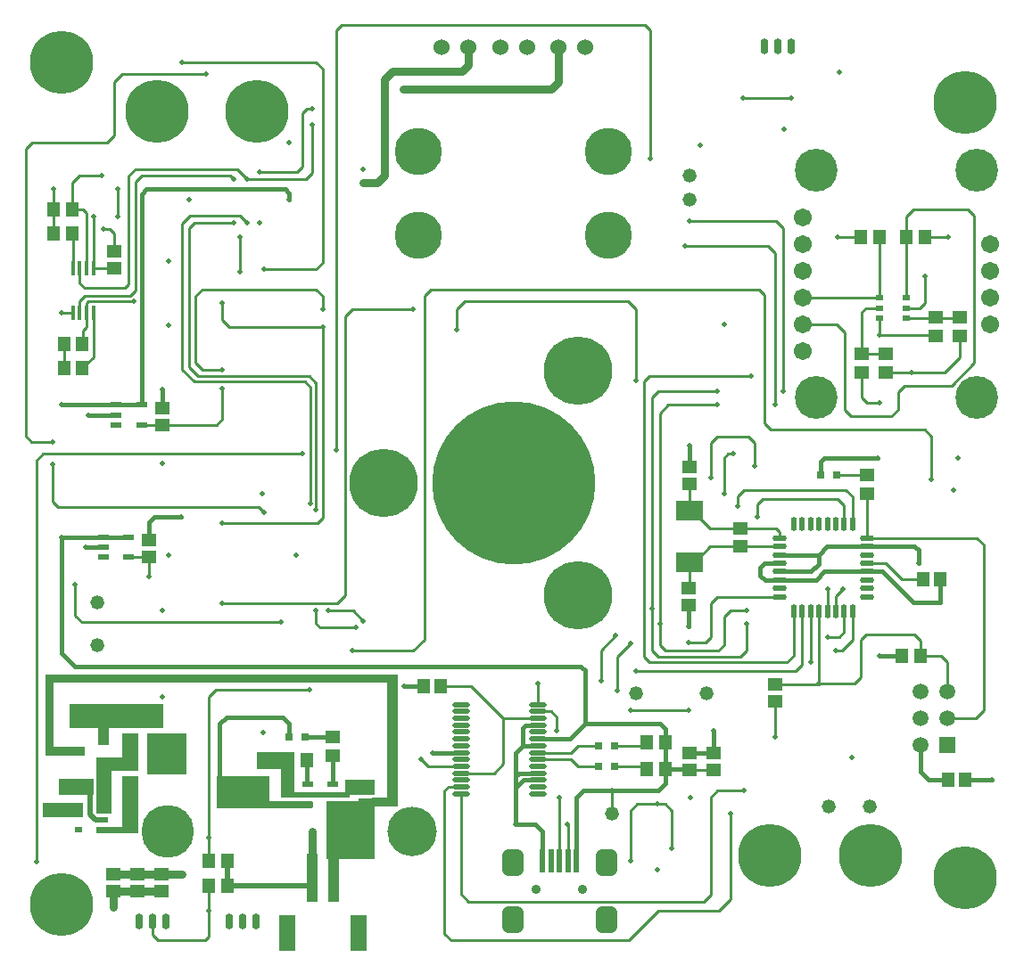
<source format=gbl>
G04*
G04 #@! TF.GenerationSoftware,Altium Limited,Altium Designer,19.0.15 (446)*
G04*
G04 Layer_Physical_Order=4*
G04 Layer_Color=16711680*
%FSLAX25Y25*%
%MOIN*%
G70*
G01*
G75*
%ADD13C,0.01000*%
%ADD15C,0.02000*%
%ADD18R,0.05315X0.04528*%
%ADD19R,0.04528X0.05315*%
%ADD20R,0.05512X0.05118*%
%ADD36C,0.06000*%
%ADD49C,0.01500*%
%ADD50C,0.03000*%
%ADD51C,0.25591*%
%ADD52C,0.05200*%
%ADD53C,0.03543*%
%ADD54C,0.23622*%
%ADD55O,0.02953X0.05906*%
%ADD56C,0.05906*%
%ADD57R,0.05906X0.05906*%
%ADD58C,0.15984*%
%ADD59C,0.06732*%
%ADD60C,0.61024*%
%ADD61C,0.17717*%
%ADD62C,0.19685*%
%ADD63C,0.18504*%
%ADD64C,0.02000*%
%ADD81R,0.01800X0.05600*%
G04:AMPARAMS|DCode=82|XSize=78.74mil|YSize=98.43mil|CornerRadius=19.68mil|HoleSize=0mil|Usage=FLASHONLY|Rotation=180.000|XOffset=0mil|YOffset=0mil|HoleType=Round|Shape=RoundedRectangle|*
%AMROUNDEDRECTD82*
21,1,0.07874,0.05906,0,0,180.0*
21,1,0.03937,0.09843,0,0,180.0*
1,1,0.03937,-0.01968,0.02953*
1,1,0.03937,0.01968,0.02953*
1,1,0.03937,0.01968,-0.02953*
1,1,0.03937,-0.01968,-0.02953*
%
%ADD82ROUNDEDRECTD82*%
%ADD83R,0.01968X0.08858*%
%ADD84R,0.06299X0.13386*%
%ADD85R,0.03937X0.18110*%
%ADD86R,0.05118X0.05512*%
%ADD87R,0.03150X0.02362*%
%ADD88R,0.10236X0.07480*%
%ADD89O,0.05315X0.02165*%
%ADD90O,0.02165X0.05315*%
%ADD91R,0.03150X0.02165*%
%ADD92R,0.03740X0.02559*%
%ADD93R,0.04724X0.04724*%
%ADD94R,0.04724X0.04724*%
%ADD95R,0.03150X0.03150*%
%ADD96O,0.06496X0.01968*%
%ADD97R,0.03937X0.02362*%
G36*
X38000Y66000D02*
X17500D01*
Y65736D01*
Y59516D01*
X13500D01*
Y66000D01*
X3000D01*
Y75000D01*
X38000D01*
Y66000D01*
D02*
G37*
G36*
X46500Y64000D02*
X46500Y48500D01*
X32000Y48500D01*
X32000Y64000D01*
X46500Y64000D01*
D02*
G37*
G36*
X12000Y41000D02*
X-1000Y41000D01*
X-1000Y46985D01*
X12000Y47011D01*
X12000Y41000D01*
D02*
G37*
G36*
X87055Y56945D02*
Y42000D01*
X106000D01*
Y46484D01*
X117000D01*
Y41000D01*
X107500D01*
Y40000D01*
X82000D01*
Y50500D01*
X73000D01*
Y57000D01*
X87000D01*
X87055Y56945D01*
D02*
G37*
G36*
X77500Y38500D02*
X93550D01*
Y36000D01*
X58000Y36000D01*
X58000Y48000D01*
X77500Y48000D01*
X77500Y38500D01*
D02*
G37*
G36*
X28500Y50000D02*
X18500D01*
X18500Y34000D01*
X13000D01*
X13000Y55000D01*
X13500D01*
Y55000D01*
X22500D01*
Y64000D01*
X28500D01*
Y50000D01*
D02*
G37*
G36*
X8000Y32500D02*
X-7000D01*
Y38000D01*
X8000D01*
Y32500D01*
D02*
G37*
G36*
X28500Y26500D02*
X13000D01*
Y29000D01*
X22500D01*
Y48000D01*
X28500D01*
Y26500D01*
D02*
G37*
G36*
X125500Y83000D02*
Y36500D01*
X121500D01*
X117000Y36500D01*
X117000Y17000D01*
X99000D01*
X99000Y38500D01*
X116000D01*
Y39732D01*
X121500Y39732D01*
Y83000D01*
X-3000D01*
Y59000D01*
X8500D01*
Y55555D01*
X-6000D01*
Y59000D01*
Y86000D01*
X125500D01*
Y83000D01*
D02*
G37*
D13*
X10000Y225700D02*
X27000D01*
X74000Y274000D02*
X88000D01*
X90000Y276000D02*
Y296000D01*
X88000Y274000D02*
X90000Y276000D01*
Y296000D02*
X91625Y297625D01*
X93625D01*
Y273625D02*
Y291625D01*
X91303Y271303D02*
X93625Y273625D01*
X69118Y271303D02*
X91303D01*
X97487Y239987D02*
Y312500D01*
X94987Y315000D02*
X97487Y312500D01*
X45000Y315000D02*
X94987D01*
X95000Y237500D02*
X97487Y239987D01*
X75500Y237500D02*
X95000D01*
X99500Y109750D02*
X108750D01*
X112500Y106000D01*
X96445Y103500D02*
X110000D01*
X95000Y104945D02*
X96445Y103500D01*
X95000Y104945D02*
Y109750D01*
X97487Y144488D02*
Y215987D01*
X95445Y142445D02*
X97487Y144488D01*
X59945Y142445D02*
X95445D01*
X90776Y195500D02*
X93000Y193276D01*
Y150000D02*
Y193276D01*
X49500Y195500D02*
X90776D01*
X45000Y200000D02*
X49500Y195500D01*
X95000Y147500D02*
Y195000D01*
X92500Y197500D02*
X95000Y195000D01*
X-7000Y168500D02*
X90000D01*
X51000Y197500D02*
X92500D01*
X47500Y201000D02*
X51000Y197500D01*
X45000Y200000D02*
Y254500D01*
X48000Y257500D01*
X66618D01*
X69118Y255000D01*
X49500D02*
X64197D01*
X47500Y253000D02*
X49500Y255000D01*
X47500Y201000D02*
Y253000D01*
X201500Y95000D02*
X207000Y100500D01*
X6480Y272500D02*
X15000D01*
X3945Y269965D02*
X6480Y272500D01*
X3945Y260000D02*
Y269965D01*
X66500Y236500D02*
Y249500D01*
X9300Y225000D02*
X10000Y225700D01*
X9300Y221200D02*
Y225000D01*
X65421Y275000D02*
X69118Y271303D01*
X63000Y272500D02*
X64197Y271303D01*
X289224Y115224D02*
X292000Y118000D01*
X289224Y109661D02*
Y115224D01*
X292000Y118000D02*
X292262Y118262D01*
X286075Y109661D02*
Y118000D01*
Y100000D02*
X290500D01*
X27579Y275000D02*
X65421D01*
X29815Y272500D02*
X63000D01*
X27500Y270185D02*
X29815Y272500D01*
X27500Y229500D02*
Y270185D01*
X25500Y227500D02*
X27500Y229500D01*
X8500Y227500D02*
X25500D01*
X6700Y225700D02*
X8500Y227500D01*
X6700Y221200D02*
Y225700D01*
X25000Y272421D02*
X27579Y275000D01*
X25000Y232000D02*
Y272421D01*
X23500Y230500D02*
X25000Y232000D01*
X8500Y230500D02*
X23500D01*
X6700Y232300D02*
X8500Y230500D01*
X6700Y232300D02*
Y237800D01*
X15500Y252500D02*
X18000D01*
X19500Y251000D01*
Y244150D02*
Y251000D01*
X19150Y237800D02*
X19500Y238150D01*
X11800Y237800D02*
X19150D01*
X8000Y260000D02*
X9300Y258700D01*
Y237800D02*
Y258700D01*
X11800Y237800D02*
Y257318D01*
X0Y221200D02*
X4200D01*
X11800Y204655D02*
Y221200D01*
X7645Y200500D02*
X11800Y204655D01*
X8000Y209855D02*
Y214500D01*
X7645Y209500D02*
X8000Y209855D01*
Y214500D02*
X9300Y215800D01*
Y221200D01*
X755Y200500D02*
Y209500D01*
X-2945Y260000D02*
Y267461D01*
Y251000D02*
Y260000D01*
X3945D02*
X8000D01*
X3945Y251000D02*
X4200Y250745D01*
Y237800D02*
Y250745D01*
X282996Y82150D02*
X283142Y82295D01*
X266500Y82150D02*
X282996D01*
X300500Y101000D02*
X318579D01*
X298500Y99000D02*
X300500Y101000D01*
X298500Y84878D02*
Y99000D01*
X320945Y93000D02*
Y98634D01*
X318579Y101000D02*
X320945Y98634D01*
X296134Y82512D02*
X298500Y84878D01*
X282925Y82512D02*
X296134D01*
X108000Y95000D02*
X108423D01*
X138000Y230000D02*
X260500D01*
X135500Y227500D02*
X138000Y230000D01*
X135500Y99000D02*
Y227500D01*
X108500Y222500D02*
X131339D01*
X106000Y220000D02*
X108500Y222500D01*
X106000Y115500D02*
Y220000D01*
X103000Y112500D02*
X106000Y115500D01*
X59945Y112500D02*
X103000D01*
X131339Y94839D02*
X135500Y99000D01*
X104500Y329000D02*
X218000D01*
X102500Y327000D02*
X104500Y329000D01*
X102500Y327000D02*
X102500Y170000D01*
X220000Y279000D02*
Y327000D01*
X218000Y329000D02*
X220000Y327000D01*
X212500Y72650D02*
X234350D01*
Y98000D02*
X240500D01*
X242500Y100000D01*
Y112500D01*
X244976Y114976D01*
X268161D01*
X220500Y110500D02*
Y189500D01*
Y95000D02*
Y110500D01*
X207500Y92500D02*
X212500Y97500D01*
X207500Y80000D02*
Y92500D01*
X201500Y83500D02*
Y95000D01*
X223500Y105000D02*
Y183705D01*
Y97000D02*
Y105000D01*
X295000Y182500D02*
X310000D01*
X292500Y185000D02*
X295000Y182500D01*
X292500Y185000D02*
Y213905D01*
X289464Y216941D02*
X292500Y213905D01*
X277000Y216941D02*
X289464D01*
X310000Y182500D02*
X312500Y185000D01*
Y191500D02*
X314943Y193943D01*
X312500Y185000D02*
Y191500D01*
X314943Y193943D02*
X332443D01*
X341000Y202500D01*
Y257500D01*
X338500Y260000D02*
X341000Y257500D01*
X318220Y260000D02*
X338500D01*
X315555Y257335D02*
X318220Y260000D01*
X335500Y204500D02*
Y212555D01*
X330055Y199055D02*
X335500Y204500D01*
X317445Y199055D02*
X330055D01*
X315555Y249500D02*
Y257335D01*
X322445Y225000D02*
Y234945D01*
X320445Y223000D02*
X322445Y225000D01*
X315520Y223000D02*
X320445D01*
X301000Y187500D02*
X305555D01*
X299000Y189500D02*
X301000Y187500D01*
X299000Y189500D02*
Y199055D01*
X326043Y213000D02*
X326500Y212543D01*
X305480Y213000D02*
X326043D01*
X307925Y199055D02*
X317445D01*
X305480Y213000D02*
Y219260D01*
X315520D02*
X335185D01*
X335500Y218945D01*
X277000Y226941D02*
X277201Y226740D01*
X305480D01*
X299000Y205945D02*
X307925D01*
X299000D02*
Y221500D01*
X300500Y223000D01*
X305480D01*
X322445Y249500D02*
X331067D01*
X290000D02*
X298622D01*
X315520Y226740D02*
X315555Y226776D01*
Y249500D01*
X305480Y226740D02*
X305512Y226772D01*
Y249500D01*
X236854Y128354D02*
X242295Y133795D01*
X234500Y118299D02*
Y127854D01*
X235354Y147646D02*
X242315Y140685D01*
X234500Y147646D02*
Y157201D01*
Y147146D02*
Y147646D01*
X295524Y99024D02*
Y109661D01*
X291500Y95000D02*
X295524Y99024D01*
X289224Y95000D02*
X291500D01*
X282925Y82512D02*
Y109661D01*
Y82512D02*
X283142Y82295D01*
X292374Y101874D02*
Y109661D01*
X226535Y186740D02*
X245000D01*
X223500Y183705D02*
X226535Y186740D01*
X266500D02*
Y243500D01*
X223000Y192000D02*
X245000D01*
X220500Y189500D02*
X223000Y192000D01*
X269500D02*
Y253000D01*
X263770Y246230D02*
X266500Y243500D01*
X267000Y255500D02*
X269500Y253000D01*
X234500Y255500D02*
X267000D01*
X232730Y246230D02*
X263770D01*
X265000Y177500D02*
X322500D01*
X262500Y180000D02*
X265000Y177500D01*
X262500Y228000D02*
X262500Y180000D01*
X260500Y230000D02*
X262500Y228000D01*
X256000Y94842D02*
Y105000D01*
X253658Y92500D02*
X256000Y94842D01*
X223000Y92500D02*
X253658D01*
X225661Y94839D02*
X245339D01*
X223500Y97000D02*
X225661Y94839D01*
X219555Y90500D02*
X271000D01*
X217500Y92555D02*
X219555Y90500D01*
X217500Y92555D02*
Y195445D01*
X220500Y95000D02*
X223000Y92500D01*
X219555Y197500D02*
X257500D01*
X217500Y195445D02*
X219555Y197500D01*
X214500Y196000D02*
Y222500D01*
X211500Y225500D02*
X214500Y222500D01*
X150500Y225500D02*
X211500D01*
X245339Y94839D02*
X247543Y97043D01*
Y107500D01*
X250000Y109957D01*
X256000D01*
X290500Y100000D02*
X292374Y101874D01*
X33843Y-11343D02*
Y-6500D01*
Y-11343D02*
X36000Y-13500D01*
X254658Y301500D02*
X272500D01*
X-11000Y285000D02*
X17000D01*
X-13500Y282500D02*
X-11000Y285000D01*
X-13500Y175150D02*
Y282500D01*
X19500Y287500D02*
Y307500D01*
X17000Y285000D02*
X19500Y287500D01*
X22500Y310500D02*
X54000D01*
X19500Y307500D02*
X22500Y310500D01*
X20961Y257429D02*
X21000Y257390D01*
X20961Y257429D02*
Y267461D01*
X228000Y21000D02*
Y35000D01*
X225500Y37500D02*
X228000Y35000D01*
X222500Y37500D02*
X225500D01*
X212500Y16063D02*
Y35000D01*
X215000Y37500D01*
X222500D01*
X55000Y25000D02*
Y77500D01*
Y16118D02*
X55055Y16063D01*
X55000Y16118D02*
Y25000D01*
X55055Y-2445D02*
Y7000D01*
Y-11945D02*
Y-2445D01*
X53500Y-13500D02*
X55055Y-11945D01*
X36000Y-13500D02*
X53500D01*
X205500Y34000D02*
Y42500D01*
X344500Y72500D02*
Y134500D01*
X341976Y137024D02*
X344500Y134500D01*
X300839Y137024D02*
X341976D01*
X341516Y69516D02*
X344500Y72500D01*
X331000Y69516D02*
X341516D01*
X331000Y79516D02*
Y90500D01*
X328500Y93000D02*
X331000Y90500D01*
X320945Y93000D02*
X328500D01*
X147500Y222500D02*
X150500Y225500D01*
X147500Y215000D02*
Y222500D01*
X-11350Y173000D02*
X-3500D01*
X-13500Y175150D02*
X-11350Y173000D01*
X271000Y90500D02*
X273476Y92976D01*
Y109661D01*
X279776Y90500D02*
Y109661D01*
X124000Y40500D02*
Y81500D01*
X120850Y37350D02*
X124000Y40500D01*
X113500Y37350D02*
X120850D01*
X120500Y85000D02*
X124000Y81500D01*
X-3000Y85000D02*
X120500D01*
X164984Y52484D02*
Y69516D01*
X161543Y49043D02*
X164984Y52484D01*
X149228Y49043D02*
X161543D01*
X153000Y81500D02*
X164984Y69516D01*
X141650Y81500D02*
X153000D01*
X164984Y69516D02*
X177772D01*
X-5000Y83000D02*
X-3000Y85000D01*
X-5000Y60000D02*
Y83000D01*
Y60000D02*
X-2264Y57264D01*
X6496D01*
X25500Y52488D02*
Y61004D01*
X24465Y53524D02*
X25500Y52488D01*
X15551Y53524D02*
X24465D01*
X15551D02*
X15650Y53425D01*
Y44000D02*
Y53425D01*
X13339Y72264D02*
X15551Y70051D01*
X5213Y72264D02*
X13339D01*
X35000Y68079D02*
Y71000D01*
X33736Y72264D02*
X35000Y71000D01*
X25500Y72264D02*
X33736D01*
X15551Y61004D02*
Y70051D01*
X17764Y72264D01*
X25500D01*
X-9500Y16000D02*
Y166000D01*
X-7000Y168500D01*
X25500Y30000D02*
Y43555D01*
X23260Y27760D02*
X25500Y30000D01*
X15724Y27760D02*
X23260D01*
X15650Y44000D02*
X15724Y43925D01*
Y35240D02*
Y43925D01*
X101224Y37260D02*
X101425Y37060D01*
Y9736D02*
Y37060D01*
X59000Y45071D02*
X65000D01*
X67500D02*
X69929D01*
X65000D02*
X67500D01*
X72500D02*
X74929D01*
X69929D02*
X72500D01*
X74929Y39732D02*
Y45071D01*
Y39732D02*
X77402Y37260D01*
X91776D01*
X101169Y62500D02*
X101224Y62445D01*
X91445Y45071D02*
X91776Y44740D01*
X276626Y89626D02*
Y109661D01*
X274161Y87161D02*
X276626Y89626D01*
X214500Y87161D02*
X274161D01*
X266500Y62500D02*
Y75850D01*
X250000Y2000D02*
Y34000D01*
X245555Y-2445D02*
X250000Y2000D01*
X223055Y-2445D02*
X245555D01*
X212000Y-13500D02*
X223055Y-2445D01*
X145500Y-13500D02*
X212000D01*
X143000Y-11000D02*
X145500Y-13500D01*
X143000Y-11000D02*
Y42500D01*
X152000Y1000D02*
X240000D01*
X149228Y3772D02*
X152000Y1000D01*
X149228Y3772D02*
Y41366D01*
X245000Y42500D02*
X255000D01*
X242500Y40000D02*
X245000Y42500D01*
X242500Y3500D02*
Y40000D01*
X240000Y1000D02*
X242500Y3500D01*
X292374Y142339D02*
Y149126D01*
X290000Y151500D02*
X292374Y149126D01*
X262000Y151500D02*
X290000D01*
X260000Y149500D02*
X262000Y151500D01*
X260000Y145000D02*
Y149500D01*
X295524Y142339D02*
Y152476D01*
X293000Y155000D02*
X295524Y152476D01*
X255000Y155000D02*
X293000D01*
X252500Y152500D02*
X255000Y155000D01*
X252500Y149000D02*
Y152500D01*
X245000Y175000D02*
X256500D01*
X242500Y172500D02*
X245000Y175000D01*
X242500Y159500D02*
Y172500D01*
X256500Y175000D02*
X259000Y172500D01*
Y164000D02*
Y172500D01*
X322500Y177500D02*
X325000Y175000D01*
Y158791D02*
Y175000D01*
X249000Y168500D02*
X251000D01*
X247543Y167043D02*
X249000Y168500D01*
X247543Y153457D02*
Y167043D01*
X144425Y43925D02*
X149228D01*
X143000Y42500D02*
X144425Y43925D01*
X266500Y82150D02*
X266646Y82295D01*
X289453Y160500D02*
X289508Y160445D01*
X300858D01*
X300839Y153535D02*
X300858Y153555D01*
X300839Y137024D02*
Y153535D01*
X234500Y147646D02*
X235354D01*
X234500Y157201D02*
X234650Y157350D01*
X234500Y128354D02*
X236854D01*
X234350Y118150D02*
X234500Y118299D01*
X242295Y133795D02*
X253500D01*
X242315Y140685D02*
X253500D01*
X266815D01*
X268161Y139339D01*
Y137024D02*
Y139339D01*
X253500Y133795D02*
X253579Y133874D01*
X268161D01*
X314000Y121500D02*
X321850D01*
X307925Y127575D02*
X314000Y121500D01*
X300839Y127575D02*
X307925D01*
X134250Y54250D02*
X136898Y51602D01*
X149228D01*
X225445Y63555D02*
X225500Y63500D01*
X225445Y60500D02*
Y63555D01*
X177772Y74634D02*
Y82500D01*
X186000Y16063D02*
Y40000D01*
X189000Y30000D02*
X189150Y29850D01*
Y16063D02*
Y29850D01*
X185000Y65000D02*
Y70000D01*
X182925Y72075D02*
X185000Y70000D01*
X177772Y72075D02*
X182925D01*
X234500Y50350D02*
X243500D01*
X234350Y50500D02*
X234500Y50350D01*
X217831Y59276D02*
X218555Y60000D01*
X206472Y59276D02*
X217831D01*
X217457Y51598D02*
X218555Y50500D01*
X206472Y51598D02*
X217457D01*
X192776Y59276D02*
X200567D01*
X190220Y56721D02*
X192776Y59276D01*
X177772Y56721D02*
X190220D01*
X192902Y51598D02*
X200567D01*
X190339Y54161D02*
X192902Y51598D01*
X177772Y54161D02*
X190339D01*
X25000Y129760D02*
X25091Y129850D01*
X32500D01*
Y122500D02*
Y129850D01*
X57850Y179350D02*
X60000Y181500D01*
Y193000D01*
X29724Y179260D02*
X29815Y179350D01*
X37457D01*
X57850D01*
X-3500Y150500D02*
Y164500D01*
Y150500D02*
X-1500Y148500D01*
X73500D01*
X75500Y146500D01*
X108423Y94839D02*
X131339Y94839D01*
X57618Y80118D02*
X92457D01*
X55000Y77500D02*
X57618Y80118D01*
X62457Y215987D02*
X97487D01*
X59945Y218500D02*
X62457Y215987D01*
X59945Y218500D02*
Y224945D01*
X7500Y105500D02*
X82000D01*
X5000Y108000D02*
X7500Y105500D01*
X5000Y108000D02*
Y119500D01*
X52500Y230000D02*
X95000D01*
X50000Y227500D02*
X52500Y230000D01*
X95000D02*
X97500Y227500D01*
Y222500D02*
Y227500D01*
X50000Y202500D02*
Y227500D01*
Y202500D02*
X52500Y200000D01*
X59945D01*
D15*
X75000Y7000D02*
X93550D01*
X61945D02*
Y16063D01*
X10500Y33500D02*
Y42850D01*
Y33500D02*
X12500Y31500D01*
X15724D01*
X61945Y7000D02*
X75000D01*
D18*
X253500Y133795D02*
D03*
Y140685D02*
D03*
X300858Y160445D02*
D03*
Y153555D02*
D03*
X101224Y62445D02*
D03*
Y55555D02*
D03*
X35000Y68079D02*
D03*
Y61189D02*
D03*
X25500Y45598D02*
D03*
Y52488D02*
D03*
X299000Y199055D02*
D03*
Y205945D02*
D03*
X307925D02*
D03*
Y199055D02*
D03*
X326500Y212543D02*
D03*
Y219432D02*
D03*
X335500Y219445D02*
D03*
Y212555D02*
D03*
D19*
X3945Y260000D02*
D03*
X-2945D02*
D03*
X7645Y209500D02*
D03*
X755D02*
D03*
X3945Y251000D02*
D03*
X-2945D02*
D03*
X7645Y200500D02*
D03*
X755D02*
D03*
X55055Y16063D02*
D03*
X61945D02*
D03*
X225445Y50500D02*
D03*
X218555D02*
D03*
X225445Y60500D02*
D03*
X218555D02*
D03*
X314055Y93000D02*
D03*
X320945D02*
D03*
X84555Y54000D02*
D03*
X91445D02*
D03*
X55055Y7000D02*
D03*
X61945D02*
D03*
X298622Y249500D02*
D03*
X305512D02*
D03*
X322445D02*
D03*
X315555D02*
D03*
D20*
X19500Y237850D02*
D03*
Y244150D02*
D03*
X37457Y179350D02*
D03*
Y185650D02*
D03*
X32500Y129850D02*
D03*
Y136150D02*
D03*
X234500Y56650D02*
D03*
Y50350D02*
D03*
X243500Y56650D02*
D03*
Y50350D02*
D03*
X266500Y75850D02*
D03*
Y82150D02*
D03*
X234350Y111850D02*
D03*
Y118150D02*
D03*
X234650Y163650D02*
D03*
Y157350D02*
D03*
X113500Y43650D02*
D03*
Y37350D02*
D03*
X37260Y11150D02*
D03*
Y4850D02*
D03*
X28260Y4850D02*
D03*
Y11150D02*
D03*
X19260Y4850D02*
D03*
Y11150D02*
D03*
D36*
X173750Y320483D02*
D03*
X163750D02*
D03*
X185500Y320489D02*
D03*
X195500D02*
D03*
X152000Y320483D02*
D03*
X142000D02*
D03*
D49*
X195500Y67500D02*
X223500D01*
X3000Y44000D02*
X9350D01*
X575D02*
X3000D01*
X205500Y42500D02*
X222779D01*
X194833D02*
X205500D01*
X321000Y49500D02*
Y59516D01*
Y49500D02*
X324016Y46484D01*
X331201D01*
X179701Y16063D02*
Y27299D01*
X177000Y30000D02*
X179701Y27299D01*
X84917Y263583D02*
Y266000D01*
X83417Y267500D02*
X84917Y266000D01*
X31500Y267500D02*
X83417D01*
X29724Y265724D02*
X31500Y267500D01*
X29724Y186740D02*
Y265724D01*
X-500Y35240D02*
X6276D01*
X-3000D02*
X-500D01*
X-5500D02*
X-3000D01*
X37260Y4850D02*
X37260Y4850D01*
X19260Y11150D02*
X19260Y11150D01*
X93550Y7000D02*
Y9736D01*
X128000Y81500D02*
X133850D01*
X9350Y44000D02*
X10500Y42850D01*
X35000Y61189D02*
X42000D01*
X44555Y58634D01*
Y52555D02*
Y58634D01*
X61500Y70000D02*
X82500D01*
X59000Y67500D02*
X61500Y70000D01*
X59000Y45071D02*
Y67500D01*
X84555Y43500D02*
Y54000D01*
Y43500D02*
X87055Y41000D01*
X101224D01*
X82500Y70000D02*
X85047Y67453D01*
Y62500D02*
Y67453D01*
X194000Y89000D02*
X195500Y87500D01*
X5000Y89000D02*
X194000Y89000D01*
X0Y94000D02*
X5000Y89000D01*
X75161Y54000D02*
X84555D01*
X90953Y62500D02*
X101169D01*
X101224Y44740D02*
Y55555D01*
X91445Y45071D02*
Y54000D01*
X195500Y67500D02*
Y87500D01*
X172280Y59280D02*
Y66000D01*
X305555Y93000D02*
X314055D01*
X337500Y46484D02*
X347500D01*
X331000Y46685D02*
X331201Y46484D01*
X285055Y167055D02*
X305000D01*
X283547Y165547D02*
X285055Y167055D01*
X283547Y160500D02*
Y165547D01*
X234350Y104000D02*
Y111850D01*
X234650Y163650D02*
Y171500D01*
X318150Y112850D02*
X328150D01*
X306575Y124425D02*
X318150Y112850D01*
X300839Y124425D02*
X306575D01*
X328150Y112850D02*
Y121500D01*
X285000Y124425D02*
X300839D01*
X281850Y121276D02*
X285000Y124425D01*
X268161Y121276D02*
X281850D01*
X262724D02*
X268161D01*
X261000Y123000D02*
X262724Y121276D01*
X261000Y123000D02*
Y126000D01*
X262575Y127575D01*
X268161D01*
X282803Y127303D02*
Y130724D01*
X279925Y124425D02*
X282803Y127303D01*
X268161Y124425D02*
X279925D01*
X285953Y133874D02*
X300839D01*
X282803Y130724D02*
X285953Y133874D01*
X268161Y130724D02*
X282803D01*
X320079Y127579D02*
Y132421D01*
X318626Y133874D02*
X320079Y132421D01*
X300839Y133874D02*
X318626D01*
X223500Y67500D02*
X225445Y65555D01*
X0Y94000D02*
Y137240D01*
X225445Y63555D02*
Y65555D01*
X138500Y56721D02*
X149228D01*
X172280Y66000D02*
X173236Y66957D01*
X177772D01*
X189839Y61839D02*
X195500Y67500D01*
X177772Y61839D02*
X189839D01*
X243500Y56650D02*
Y65000D01*
X234500Y56650D02*
X243500D01*
X225445Y50500D02*
X234350D01*
X225445Y45165D02*
Y50500D01*
X222779Y42500D02*
X225445Y45165D01*
X192299Y39966D02*
X194833Y42500D01*
X192299Y16063D02*
Y39966D01*
X225445Y50500D02*
Y60500D01*
X169720Y48000D02*
Y56721D01*
Y43720D02*
Y48000D01*
X170764Y49043D01*
X169720Y30000D02*
Y43720D01*
Y30000D02*
X177000D01*
X170764Y49043D02*
X177772D01*
X169720Y43720D02*
X172484Y46484D01*
X169720Y56721D02*
X172280Y59280D01*
X177772D01*
X172484Y46484D02*
X177772D01*
X0Y186740D02*
X20276D01*
X0Y137240D02*
X15551D01*
X9000Y133500D02*
X15551D01*
X32500Y136150D02*
Y143000D01*
X34500Y145000D01*
X44555D01*
X15551Y137240D02*
X25000D01*
X10000Y183000D02*
X20276D01*
Y186740D02*
X29724D01*
X37457Y192500D02*
X37457Y192500D01*
X37457Y185650D02*
Y192500D01*
Y192500D02*
X37457Y192500D01*
D50*
X19260Y11150D02*
X37260D01*
X112500Y270000D02*
X118000D01*
X120500Y272500D01*
X151991Y313991D02*
Y320491D01*
X149500Y311500D02*
X151991Y313991D01*
X123500Y311500D02*
X149500D01*
X120500Y308500D02*
X123500Y311500D01*
X120500Y272500D02*
Y308500D01*
X127500Y305000D02*
X183000D01*
X185500Y307500D01*
Y320489D01*
X19260Y-1000D02*
Y4850D01*
X37260Y11150D02*
X45000D01*
X28260Y4850D02*
X37260D01*
X19260D02*
X28260D01*
X93550Y9736D02*
Y27200D01*
D51*
X120323Y157500D02*
D03*
X192965Y199437D02*
D03*
Y115563D02*
D03*
D52*
X13087Y97000D02*
D03*
X234500Y263484D02*
D03*
X234650Y272500D02*
D03*
X205500Y34000D02*
D03*
X302000Y36500D02*
D03*
X286500D02*
D03*
X241000Y79000D02*
D03*
X214500D02*
D03*
X13087Y112850D02*
D03*
D53*
X194661Y5531D02*
D03*
X177339D02*
D03*
D54*
X337500Y300000D02*
D03*
Y10000D02*
D03*
X0Y0D02*
D03*
Y315000D02*
D03*
X72933Y296693D02*
D03*
X302067Y18307D02*
D03*
X264567D02*
D03*
X35433Y296693D02*
D03*
D55*
X72500Y-6500D02*
D03*
X67579D02*
D03*
X62657D02*
D03*
X262657Y321000D02*
D03*
X267579D02*
D03*
X272500D02*
D03*
X38764Y-6500D02*
D03*
X33843D02*
D03*
X28921D02*
D03*
D56*
X321000Y79516D02*
D03*
X331000D02*
D03*
X321000Y69516D02*
D03*
X331000D02*
D03*
X321000Y59516D02*
D03*
D57*
X331000D02*
D03*
D58*
X282000Y274500D02*
D03*
X342000D02*
D03*
X282000Y189500D02*
D03*
X342000D02*
D03*
D59*
X277000Y256941D02*
D03*
Y246941D02*
D03*
Y236941D02*
D03*
Y226941D02*
D03*
Y216941D02*
D03*
Y206941D02*
D03*
X347000Y216941D02*
D03*
Y226941D02*
D03*
Y236941D02*
D03*
Y246941D02*
D03*
D60*
X168750Y157500D02*
D03*
D61*
X204183Y281713D02*
D03*
Y250217D02*
D03*
X133317D02*
D03*
Y281713D02*
D03*
D62*
X39646Y27244D02*
D03*
D63*
X130984D02*
D03*
D64*
X27000Y225700D02*
D03*
X74000Y274000D02*
D03*
X93625Y291625D02*
D03*
Y297625D02*
D03*
X99500Y109750D02*
D03*
X87500Y130724D02*
D03*
X95000Y109750D02*
D03*
X110000Y103500D02*
D03*
X112500Y106000D02*
D03*
X93000Y150000D02*
D03*
X95000Y147500D02*
D03*
X90000Y168500D02*
D03*
X64197Y255000D02*
D03*
X69118D02*
D03*
X207000Y100500D02*
D03*
X15000Y272500D02*
D03*
X66500Y236500D02*
D03*
Y249500D02*
D03*
X69118Y271303D02*
D03*
X64197Y271303D02*
D03*
X286075Y118000D02*
D03*
Y100000D02*
D03*
X292000Y118000D02*
D03*
X15500Y252500D02*
D03*
X11800Y257318D02*
D03*
X0Y221200D02*
D03*
X755Y200500D02*
D03*
X-2945Y267461D02*
D03*
X75161Y64236D02*
D03*
X295150Y55000D02*
D03*
X282925Y82512D02*
D03*
X74039Y255000D02*
D03*
X39945Y240555D02*
D03*
X85000Y284764D02*
D03*
X112421Y274921D02*
D03*
X112500Y270000D02*
D03*
X127500Y305000D02*
D03*
X212500Y72650D02*
D03*
X234350D02*
D03*
Y98000D02*
D03*
X220500Y110500D02*
D03*
X212500Y97500D02*
D03*
X201500Y83500D02*
D03*
X207500Y80000D02*
D03*
X223500Y105000D02*
D03*
X322445Y234945D02*
D03*
X305555Y187500D02*
D03*
X317445Y199055D02*
D03*
X305480Y213000D02*
D03*
X331067Y249500D02*
D03*
X290000D02*
D03*
X220000Y279000D02*
D03*
X238500Y284000D02*
D03*
X245000Y186740D02*
D03*
X266500D02*
D03*
X245000Y192000D02*
D03*
X269500D02*
D03*
X234500Y255500D02*
D03*
X232730Y246230D02*
D03*
X214500Y196000D02*
D03*
X256000Y105000D02*
D03*
Y109957D02*
D03*
X59945Y224945D02*
D03*
X44555Y52555D02*
D03*
X272500Y301500D02*
D03*
X21000Y257390D02*
D03*
X20961Y267461D02*
D03*
X290417Y311083D02*
D03*
X333291Y155000D02*
D03*
X325000Y158791D02*
D03*
X222421Y13000D02*
D03*
X228000Y21000D02*
D03*
X212500Y16063D02*
D03*
X254658Y301500D02*
D03*
X55055Y-2445D02*
D03*
X55000Y25000D02*
D03*
X205500Y42500D02*
D03*
X131339Y222500D02*
D03*
X147500Y215000D02*
D03*
X34500Y52555D02*
D03*
X3000Y44000D02*
D03*
X5213Y67000D02*
D03*
Y69516D02*
D03*
X257500Y197500D02*
D03*
X279776Y90500D02*
D03*
X84917Y263583D02*
D03*
X47500Y263484D02*
D03*
X19260Y-1000D02*
D03*
X45000Y11150D02*
D03*
X128000Y81500D02*
D03*
X575Y44000D02*
D03*
X5213Y72264D02*
D03*
X-500Y35240D02*
D03*
X-3000D02*
D03*
X-5500D02*
D03*
X93550Y27200D02*
D03*
X65000Y45071D02*
D03*
X67500D02*
D03*
X69929D02*
D03*
X72500D02*
D03*
X74929D02*
D03*
X5000Y89000D02*
D03*
X75161Y54000D02*
D03*
X250000Y34000D02*
D03*
X266500Y62500D02*
D03*
X255000Y42500D02*
D03*
X260000Y145000D02*
D03*
X252500Y149000D02*
D03*
X305555Y93000D02*
D03*
X347500Y46484D02*
D03*
X242500Y159500D02*
D03*
X289224Y95000D02*
D03*
X247543Y153457D02*
D03*
X251000Y168500D02*
D03*
X259000Y164000D02*
D03*
X234350Y104000D02*
D03*
X234650Y171500D02*
D03*
X328150Y112850D02*
D03*
X214500Y87161D02*
D03*
X134250Y54250D02*
D03*
X138500Y56721D02*
D03*
X177772Y82500D02*
D03*
X186000Y40000D02*
D03*
X189000Y30000D02*
D03*
X185000Y65000D02*
D03*
X243500D02*
D03*
X169720Y30000D02*
D03*
X0Y186740D02*
D03*
Y137240D02*
D03*
X9000Y133500D02*
D03*
X32500Y122500D02*
D03*
X60000Y193000D02*
D03*
X10000Y183000D02*
D03*
X75500Y237500D02*
D03*
X-3500Y173000D02*
D03*
Y164500D02*
D03*
X75500Y146500D02*
D03*
X108423Y94839D02*
D03*
X92457Y80118D02*
D03*
X222500Y37500D02*
D03*
X-9500Y16000D02*
D03*
X54000Y310500D02*
D03*
X97487Y215987D02*
D03*
X45000Y315000D02*
D03*
X5000Y119500D02*
D03*
X82000Y105500D02*
D03*
X59945Y112500D02*
D03*
Y142445D02*
D03*
X40000Y130500D02*
D03*
X37457Y109957D02*
D03*
Y77543D02*
D03*
X40000Y216500D02*
D03*
X97500Y222500D02*
D03*
X59945Y200000D02*
D03*
X102500Y170000D02*
D03*
X44555Y145000D02*
D03*
X75000Y153500D02*
D03*
X37457Y165000D02*
D03*
Y192500D02*
D03*
X75000Y7000D02*
D03*
X234945Y40000D02*
D03*
X320079Y127579D02*
D03*
X305000Y167055D02*
D03*
X335000D02*
D03*
X247500Y216941D02*
D03*
X270000Y290055D02*
D03*
D81*
X11800Y237800D02*
D03*
X9300D02*
D03*
X6700D02*
D03*
X4200D02*
D03*
Y221200D02*
D03*
X6700D02*
D03*
X9300D02*
D03*
X11800D02*
D03*
D82*
X203520Y15689D02*
D03*
Y-5768D02*
D03*
X168480D02*
D03*
Y15689D02*
D03*
D83*
X186000Y16063D02*
D03*
X189150D02*
D03*
X192299D02*
D03*
X182850D02*
D03*
X179701D02*
D03*
D84*
X110873Y-10736D02*
D03*
X84101D02*
D03*
D85*
X101425Y9736D02*
D03*
X93550D02*
D03*
D86*
X135350Y81500D02*
D03*
X141650D02*
D03*
X328150Y121500D02*
D03*
X321850D02*
D03*
X337500Y46484D02*
D03*
X331201D02*
D03*
X15650Y44000D02*
D03*
X9350D02*
D03*
D87*
X305480Y226740D02*
D03*
Y223000D02*
D03*
Y219260D02*
D03*
X315520D02*
D03*
Y223000D02*
D03*
Y226740D02*
D03*
D88*
X234500Y127854D02*
D03*
Y147146D02*
D03*
D89*
X268161Y114976D02*
D03*
Y118126D02*
D03*
Y121276D02*
D03*
Y124425D02*
D03*
Y127575D02*
D03*
Y130724D02*
D03*
Y133874D02*
D03*
Y137024D02*
D03*
X300839D02*
D03*
Y133874D02*
D03*
Y130724D02*
D03*
Y127575D02*
D03*
Y124425D02*
D03*
Y121276D02*
D03*
Y118126D02*
D03*
Y114976D02*
D03*
D90*
X273476Y142339D02*
D03*
X276626D02*
D03*
X279776D02*
D03*
X282925D02*
D03*
X286075D02*
D03*
X289224D02*
D03*
X292374D02*
D03*
X295524D02*
D03*
Y109661D02*
D03*
X292374D02*
D03*
X289224D02*
D03*
X286075D02*
D03*
X282925D02*
D03*
X279776D02*
D03*
X276626D02*
D03*
X273476D02*
D03*
D91*
X6276Y35240D02*
D03*
Y27760D02*
D03*
X15724D02*
D03*
Y31500D02*
D03*
Y35240D02*
D03*
D92*
X15551Y61004D02*
D03*
Y53524D02*
D03*
X6496Y57264D02*
D03*
D93*
X25500Y61004D02*
D03*
D94*
Y72264D02*
D03*
D95*
X200567Y51598D02*
D03*
X206472D02*
D03*
X289453Y160500D02*
D03*
X283547D02*
D03*
X90953Y62500D02*
D03*
X85047D02*
D03*
X200567Y59276D02*
D03*
X206472D02*
D03*
D96*
X149228Y41366D02*
D03*
Y43925D02*
D03*
Y46484D02*
D03*
Y49043D02*
D03*
Y51602D02*
D03*
Y54161D02*
D03*
Y56721D02*
D03*
Y59280D02*
D03*
Y61839D02*
D03*
Y64398D02*
D03*
Y66957D02*
D03*
Y69516D02*
D03*
Y72075D02*
D03*
Y74634D02*
D03*
X177772Y41366D02*
D03*
Y43925D02*
D03*
Y46484D02*
D03*
Y49043D02*
D03*
Y51602D02*
D03*
Y54161D02*
D03*
Y56721D02*
D03*
Y59280D02*
D03*
Y61839D02*
D03*
Y64398D02*
D03*
Y66957D02*
D03*
Y69516D02*
D03*
Y72075D02*
D03*
Y74634D02*
D03*
D97*
X29724Y179260D02*
D03*
Y186740D02*
D03*
X20276D02*
D03*
Y183000D02*
D03*
Y179260D02*
D03*
X25000Y129760D02*
D03*
Y137240D02*
D03*
X15551D02*
D03*
Y133500D02*
D03*
Y129760D02*
D03*
X91776Y44740D02*
D03*
Y37260D02*
D03*
X101224D02*
D03*
Y41000D02*
D03*
Y44740D02*
D03*
M02*

</source>
